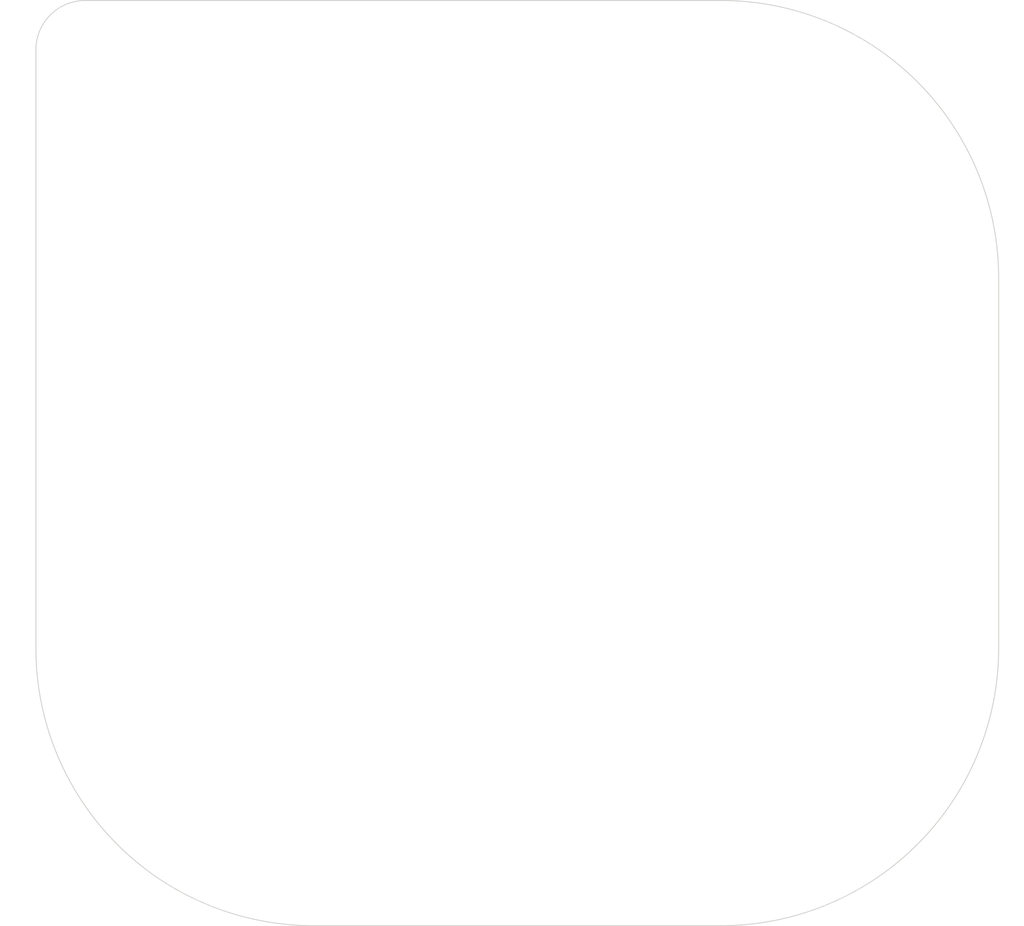
<source format=kicad_pcb>
(kicad_pcb (version 20171130) (host pcbnew 5.1.10-88a1d61d58~88~ubuntu18.04.1)

  (general
    (thickness 1.6)
    (drawings 8)
    (tracks 0)
    (zones 0)
    (modules 4)
    (nets 1)
  )

  (page A2)
  (layers
    (0 F.Cu signal)
    (31 B.Cu signal)
    (32 B.Adhes user)
    (33 F.Adhes user)
    (34 B.Paste user)
    (35 F.Paste user)
    (36 B.SilkS user)
    (37 F.SilkS user)
    (38 B.Mask user)
    (39 F.Mask user)
    (40 Dwgs.User user)
    (41 Cmts.User user)
    (42 Eco1.User user)
    (43 Eco2.User user)
    (44 Edge.Cuts user)
    (45 Margin user)
    (46 B.CrtYd user)
    (47 F.CrtYd user)
    (48 B.Fab user)
    (49 F.Fab user)
  )

  (setup
    (last_trace_width 0.25)
    (trace_clearance 0.2)
    (zone_clearance 0.508)
    (zone_45_only yes)
    (trace_min 0.2)
    (via_size 0.8)
    (via_drill 0.4)
    (via_min_size 0.4)
    (via_min_drill 0.3)
    (uvia_size 0.3)
    (uvia_drill 0.1)
    (uvias_allowed no)
    (uvia_min_size 0.2)
    (uvia_min_drill 0.1)
    (edge_width 0.1)
    (segment_width 0.2)
    (pcb_text_width 0.3)
    (pcb_text_size 1.5 1.5)
    (mod_edge_width 0.15)
    (mod_text_size 1 1)
    (mod_text_width 0.15)
    (pad_size 1.6 2.2)
    (pad_drill 0)
    (pad_to_mask_clearance 0)
    (aux_axis_origin 0 0)
    (visible_elements FFFFF77F)
    (pcbplotparams
      (layerselection 0x010fc_ffffffff)
      (usegerberextensions false)
      (usegerberattributes false)
      (usegerberadvancedattributes false)
      (creategerberjobfile false)
      (excludeedgelayer true)
      (linewidth 0.100000)
      (plotframeref false)
      (viasonmask false)
      (mode 1)
      (useauxorigin false)
      (hpglpennumber 1)
      (hpglpenspeed 20)
      (hpglpendiameter 15.000000)
      (psnegative false)
      (psa4output false)
      (plotreference true)
      (plotvalue true)
      (plotinvisibletext false)
      (padsonsilk false)
      (subtractmaskfromsilk false)
      (outputformat 1)
      (mirror false)
      (drillshape 0)
      (scaleselection 1)
      (outputdirectory "gbr/"))
  )

  (net 0 "")

  (net_class Default "This is the default net class."
    (clearance 0.2)
    (trace_width 0.25)
    (via_dia 0.8)
    (via_drill 0.4)
    (uvia_dia 0.3)
    (uvia_drill 0.1)
  )

  (module MountingHole:MountingHole_2.2mm_M2_DIN965 (layer F.Cu) (tedit 56D1B4CB) (tstamp 6240D38F)
    (at 280.19375 -149.225)
    (descr "Mounting Hole 2.2mm, no annular, M2, DIN965")
    (tags "mounting hole 2.2mm no annular m2 din965")
    (attr virtual)
    (fp_text reference REF** (at 0 -2.9) (layer F.SilkS) hide
      (effects (font (size 1 1) (thickness 0.15)))
    )
    (fp_text value MountingHole_2.2mm_M2_DIN965 (at 0 2.9) (layer F.Fab)
      (effects (font (size 1 1) (thickness 0.15)))
    )
    (fp_circle (center 0 0) (end 1.9 0) (layer Cmts.User) (width 0.15))
    (fp_circle (center 0 0) (end 2.15 0) (layer F.CrtYd) (width 0.05))
    (fp_text user %R (at 0.3 0) (layer F.Fab)
      (effects (font (size 1 1) (thickness 0.15)))
    )
    (pad 1 np_thru_hole circle (at 0 0) (size 2.2 2.2) (drill 2.2) (layers *.Cu *.Mask))
  )

  (module MountingHole:MountingHole_2.2mm_M2_DIN965 (layer F.Cu) (tedit 56D1B4CB) (tstamp 6240D37F)
    (at 177.00625 -149.225)
    (descr "Mounting Hole 2.2mm, no annular, M2, DIN965")
    (tags "mounting hole 2.2mm no annular m2 din965")
    (attr virtual)
    (fp_text reference REF** (at 0 -2.9) (layer F.SilkS) hide
      (effects (font (size 1 1) (thickness 0.15)))
    )
    (fp_text value MountingHole_2.2mm_M2_DIN965 (at 0 2.9) (layer F.Fab)
      (effects (font (size 1 1) (thickness 0.15)))
    )
    (fp_circle (center 0 0) (end 2.15 0) (layer F.CrtYd) (width 0.05))
    (fp_circle (center 0 0) (end 1.9 0) (layer Cmts.User) (width 0.15))
    (fp_text user %R (at 0.3 0) (layer F.Fab)
      (effects (font (size 1 1) (thickness 0.15)))
    )
    (pad 1 np_thru_hole circle (at 0 0) (size 2.2 2.2) (drill 2.2) (layers *.Cu *.Mask))
  )

  (module MountingHole:MountingHole_2.2mm_M2_DIN965 (layer F.Cu) (tedit 56D1B4CB) (tstamp 6240D36F)
    (at 174.625 -225.2)
    (descr "Mounting Hole 2.2mm, no annular, M2, DIN965")
    (tags "mounting hole 2.2mm no annular m2 din965")
    (attr virtual)
    (fp_text reference REF** (at 0 -2.9) (layer F.SilkS) hide
      (effects (font (size 1 1) (thickness 0.15)))
    )
    (fp_text value MountingHole_2.2mm_M2_DIN965 (at 0 2.9) (layer F.Fab)
      (effects (font (size 1 1) (thickness 0.15)))
    )
    (fp_circle (center 0 0) (end 1.9 0) (layer Cmts.User) (width 0.15))
    (fp_circle (center 0 0) (end 2.15 0) (layer F.CrtYd) (width 0.05))
    (fp_text user %R (at 0.3 0) (layer F.Fab)
      (effects (font (size 1 1) (thickness 0.15)))
    )
    (pad 1 np_thru_hole circle (at 0 0) (size 2.2 2.2) (drill 2.2) (layers *.Cu *.Mask))
  )

  (module MountingHole:MountingHole_2.2mm_M2_DIN965 (layer F.Cu) (tedit 56D1B4CB) (tstamp 6240D358)
    (at 281.2375 -225.2)
    (descr "Mounting Hole 2.2mm, no annular, M2, DIN965")
    (tags "mounting hole 2.2mm no annular m2 din965")
    (attr virtual)
    (fp_text reference REF** (at 0 -2.9) (layer F.SilkS) hide
      (effects (font (size 1 1) (thickness 0.15)))
    )
    (fp_text value MountingHole_2.2mm_M2_DIN965 (at 0 2.9) (layer F.Fab)
      (effects (font (size 1 1) (thickness 0.15)))
    )
    (fp_circle (center 0 0) (end 2.15 0) (layer F.CrtYd) (width 0.05))
    (fp_circle (center 0 0) (end 1.9 0) (layer Cmts.User) (width 0.15))
    (fp_text user %R (at 0.3 0) (layer F.Fab)
      (effects (font (size 1 1) (thickness 0.15)))
    )
    (pad 1 np_thru_hole circle (at 0 0) (size 2.2 2.2) (drill 2.2) (layers *.Cu *.Mask))
  )

  (gr_arc (start 173.0375 -239.7125) (end 173.0375 -246.0625) (angle -90) (layer Edge.Cuts) (width 0.12) (tstamp 62405E8A))
  (gr_arc (start 254.79375 -162.71875) (end 254.79375 -127) (angle -90) (layer Edge.Cuts) (width 0.12) (tstamp 62405E74))
  (gr_line (start 173.0375 -246.0625) (end 254.79375 -246.0625) (layer Edge.Cuts) (width 0.12) (tstamp 62405E73))
  (gr_line (start 166.6875 -162.71875) (end 166.6875 -239.7125) (layer Edge.Cuts) (width 0.12) (tstamp 62405E72))
  (gr_line (start 254.79375 -127) (end 202.40625 -127) (layer Edge.Cuts) (width 0.12) (tstamp 62405E71))
  (gr_arc (start 202.40625 -162.71875) (end 166.6875 -162.71875) (angle -90) (layer Edge.Cuts) (width 0.12) (tstamp 62405E70))
  (gr_arc (start 254.79375 -210.34375) (end 290.5125 -210.34375) (angle -90) (layer Edge.Cuts) (width 0.12) (tstamp 62405E6F))
  (gr_line (start 290.5125 -210.34375) (end 290.5125 -162.71875) (layer Edge.Cuts) (width 0.12) (tstamp 62405E6D))

)

</source>
